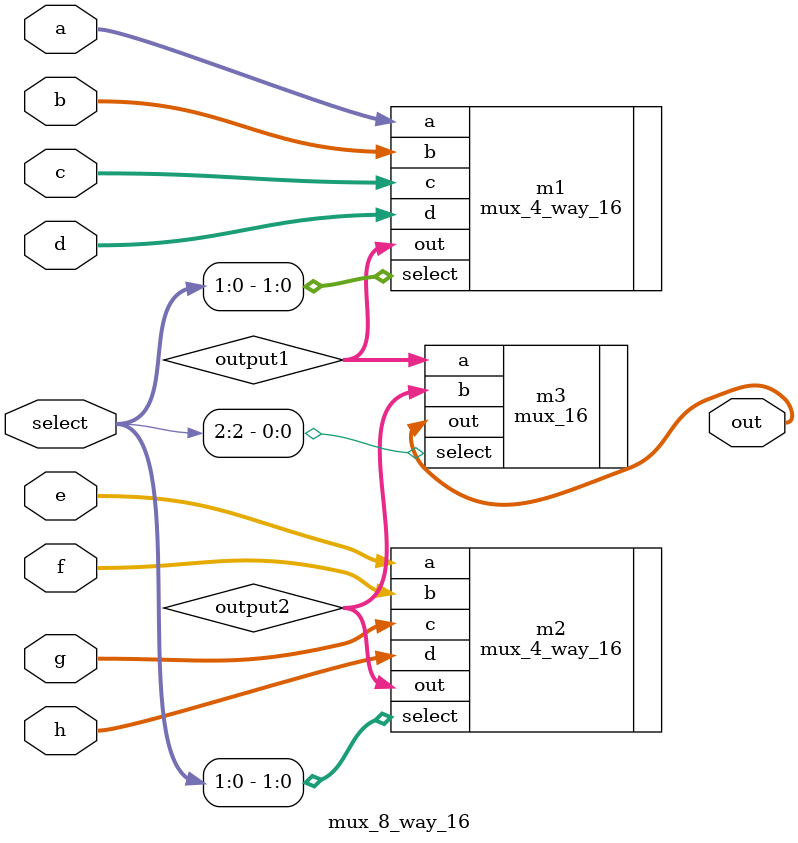
<source format=sv>
`ifndef mux_4_way_16
  `include "mux_4_way_16.sv"
`endif
`define mux_8_way_16 1

module mux_8_way_16(
    input  [15:0] a,
    input  [15:0] b,
    input  [15:0] c,
    input  [15:0] d,
    input  [15:0] e,
    input  [15:0] f,
    input  [15:0] g,
    input  [15:0] h,
    input  [2:0]  select,
    output [15:0] out
);
   wire [15:0] 	  output1, output2;
   mux_4_way_16 m1(.a(a), .b(b), .c(c), .d(d), .select(select[1:0]), .out(output1));
   mux_4_way_16 m2(.a(e), .b(f), .c(g), .d(h), .select(select[1:0]), .out(output2));

   mux_16 m3(.a(output1), .b(output2), .select(select[2]), .out(out));
endmodule

</source>
